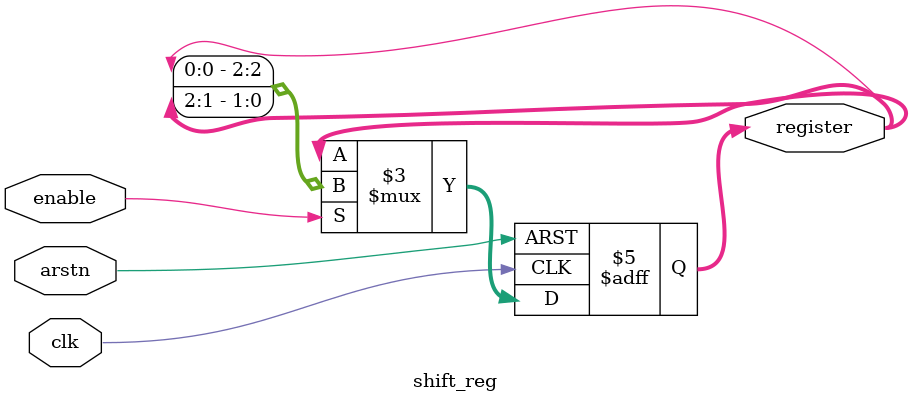
<source format=sv>
module shift_reg
#(
    parameter LENGTH  = 3
)
(
    input  logic              clk,
    input  logic              arstn,
    input  logic              enable,
    
    output logic [LENGTH-1:0] register
);
    always_ff @ (posedge clk or negedge arstn)
       if (~arstn) begin
           register[LENGTH-2:0] <= 'b0;
           register[LENGTH-1]   <= 'b1;
       end
       else if (enable)
           register <= { register[0], register[LENGTH-1:1] };

endmodule
</source>
